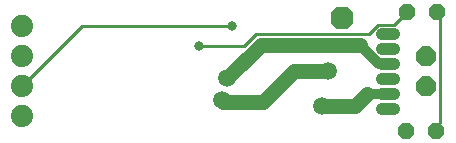
<source format=gbr>
G04 EAGLE Gerber RS-274X export*
G75*
%MOMM*%
%FSLAX34Y34*%
%LPD*%
%INBottom Copper*%
%IPPOS*%
%AMOC8*
5,1,8,0,0,1.08239X$1,22.5*%
G01*
%ADD10C,1.008000*%
%ADD11P,1.814519X8X112.500000*%
%ADD12C,1.879600*%
%ADD13P,1.429621X8X22.500000*%
%ADD14P,2.089446X8X292.500000*%
%ADD15C,1.500000*%
%ADD16C,1.270000*%
%ADD17C,0.812800*%
%ADD18C,1.016000*%
%ADD19C,0.254000*%
%ADD20C,0.806400*%


D10*
X323060Y52450D02*
X333140Y52450D01*
X333140Y65150D02*
X323060Y65150D01*
X323060Y77850D02*
X333140Y77850D01*
X333140Y90550D02*
X323060Y90550D01*
X323060Y103250D02*
X333140Y103250D01*
X333140Y115950D02*
X323060Y115950D01*
D11*
X360000Y72300D03*
X360000Y97700D03*
D12*
X18000Y123000D03*
X18000Y97600D03*
X18000Y72200D03*
X18000Y46800D03*
D13*
X344300Y135000D03*
X369700Y135000D03*
X343300Y34000D03*
X368700Y34000D03*
D14*
X289000Y130000D03*
D15*
X272000Y55150D03*
D16*
X300100Y55150D02*
X310100Y65150D01*
D17*
X328100Y65150D01*
D16*
X300100Y55150D02*
X272000Y55150D01*
X277000Y85000D02*
X248000Y85000D01*
X222000Y59000D01*
X188000Y59000D01*
D18*
X187000Y60000D01*
D15*
X187000Y60000D03*
X277000Y85000D03*
X192000Y79000D03*
D16*
X220000Y107000D02*
X304280Y107000D01*
D17*
X320658Y90622D01*
X328028Y90622D01*
X328100Y90550D01*
D16*
X220000Y107000D02*
X192000Y79000D01*
D19*
X368700Y37700D02*
X368700Y34000D01*
X368700Y37700D02*
X372000Y41000D01*
X372000Y132700D01*
X369700Y135000D01*
D20*
X168000Y106000D03*
D19*
X206068Y106000D02*
X216212Y116144D01*
X319815Y123784D02*
X333084Y123784D01*
X344300Y135000D01*
X312175Y116144D02*
X216212Y116144D01*
X312175Y116144D02*
X319815Y123784D01*
X206068Y106000D02*
X168000Y106000D01*
D20*
X196000Y123000D03*
D19*
X68800Y123000D02*
X18000Y72200D01*
X68800Y123000D02*
X196000Y123000D01*
M02*

</source>
